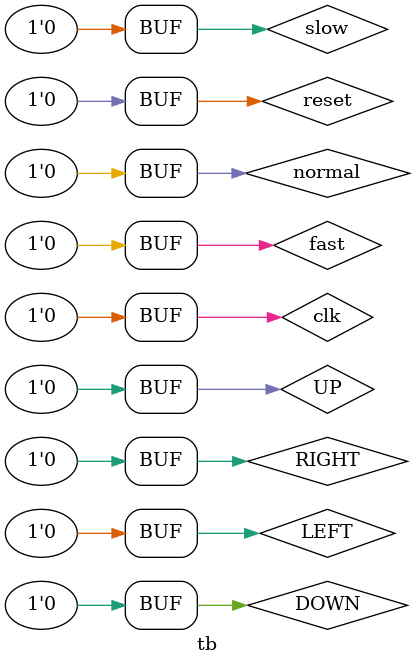
<source format=v>
`timescale 1ns / 1ps


module tb;

	// Inputs
	reg clk;
	reg slow;
	reg normal;
	reg fast;
	reg reset;
	reg UP;
	reg DOWN;
	reg LEFT;
	reg RIGHT;

	// Outputs
	wire [6:0] seg;
	wire [3:0] an;
	wire dp;
	wire [2:0] red;
	wire [2:0] green;
	wire [1:0] blue;
	wire hsync;
	wire vsync;

	// Instantiate the Unit Under Test (UUT)
	top uut (
		.clk(clk), 
		.seg(seg), 
		.an(an), 
		.dp(dp), 
		.red(red), 
		.green(green), 
		.blue(blue), 
		.hsync(hsync), 
		.vsync(vsync), 
		.slow(slow), 
		.normal(normal), 
		.fast(fast), 
		.reset(reset), 
		.UP(UP), 
		.DOWN(DOWN), 
		.LEFT(LEFT), 
		.RIGHT(RIGHT)
	);

	initial begin
		// Initialize Inputs
		clk = 0;
		slow = 0;
		normal = 0;
		fast = 0;
		reset = 0;
		UP = 0;
		DOWN = 0;
		LEFT = 0;
		RIGHT = 0;

		// Wait 100 ns for global reset to finish
		#100;
        
		// Add stimulus here

	end
      
endmodule


</source>
